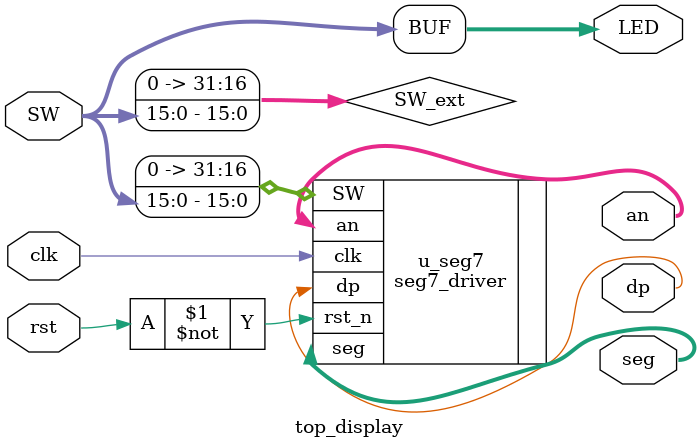
<source format=v>
`timescale 1ns / 1ps

module top_display(
    input clk,
    input rst,
    input [15:0] SW,
    output [15:0] LED,
    output [6:0] seg,
    output dp,
    output [7:0] an
);

    assign LED = SW;
    wire [31:0] SW_ext = {16'b0, SW};

    seg7_driver u_seg7 (
        .clk(clk),
        .rst_n(~rst),
        .SW(SW_ext),
        .seg(seg),  
        .dp(dp),
        .an(an)
    );

endmodule





</source>
